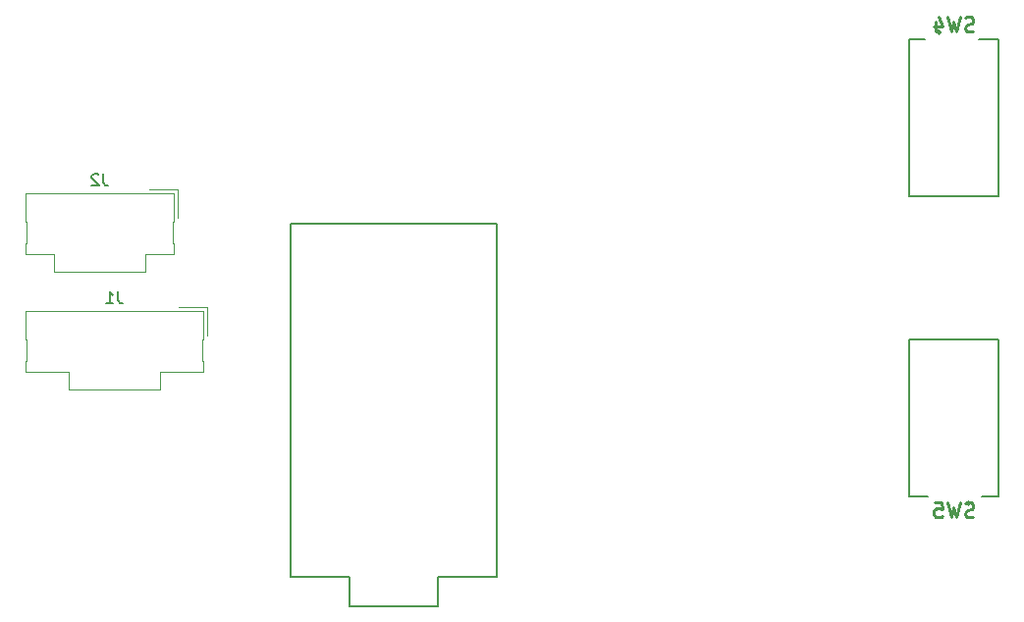
<source format=gbr>
%TF.GenerationSoftware,KiCad,Pcbnew,5.0.2-bee76a0~70~ubuntu18.04.1*%
%TF.CreationDate,2019-11-29T21:58:12+01:00*%
%TF.ProjectId,Robot-HMI,526f626f-742d-4484-9d49-2e6b69636164,rev?*%
%TF.SameCoordinates,Original*%
%TF.FileFunction,Legend,Bot*%
%TF.FilePolarity,Positive*%
%FSLAX46Y46*%
G04 Gerber Fmt 4.6, Leading zero omitted, Abs format (unit mm)*
G04 Created by KiCad (PCBNEW 5.0.2-bee76a0~70~ubuntu18.04.1) date ven. 29 nov. 2019 21:58:12 CET*
%MOMM*%
%LPD*%
G01*
G04 APERTURE LIST*
%ADD10C,0.250000*%
%ADD11C,0.200000*%
%ADD12C,0.150000*%
%ADD13C,0.120000*%
%ADD14C,0.254000*%
G04 APERTURE END LIST*
D10*
X132205000Y-99070000D02*
G75*
G03X132205000Y-99070000I-125000J0D01*
G01*
D11*
X134660000Y-84895000D02*
X134660000Y-98495000D01*
X126960000Y-84895000D02*
X126960000Y-98495000D01*
X126960000Y-84895000D02*
X134660000Y-84895000D01*
X133255000Y-98495000D02*
X134660000Y-98495000D01*
X126960000Y-98495000D02*
X128600000Y-98495000D01*
D12*
X91440000Y-74930000D02*
X73660000Y-74930000D01*
X91440000Y-105410000D02*
X91440000Y-74930000D01*
X86360000Y-105410000D02*
X91440000Y-105410000D01*
X86360000Y-107950000D02*
X86360000Y-105410000D01*
X78740000Y-107950000D02*
X86360000Y-107950000D01*
X78740000Y-105410000D02*
X78740000Y-107950000D01*
X73660000Y-105410000D02*
X78740000Y-105410000D01*
X73660000Y-105410000D02*
X73660000Y-74930000D01*
D13*
X66410000Y-82130000D02*
X64000000Y-82130000D01*
X66410000Y-84540000D02*
X66410000Y-82130000D01*
X50730000Y-82430000D02*
X66110000Y-82430000D01*
X50730000Y-84960000D02*
X50730000Y-82430000D01*
X50860000Y-84960000D02*
X50730000Y-84960000D01*
X50860000Y-86770000D02*
X50860000Y-84960000D01*
X50730000Y-86770000D02*
X50860000Y-86770000D01*
X50730000Y-87750000D02*
X50730000Y-86770000D01*
X54500000Y-87750000D02*
X50730000Y-87750000D01*
X54500000Y-89250000D02*
X54500000Y-87750000D01*
X62340000Y-89250000D02*
X54500000Y-89250000D01*
X62340000Y-87750000D02*
X62340000Y-89250000D01*
X66110000Y-87750000D02*
X62340000Y-87750000D01*
X66110000Y-86770000D02*
X66110000Y-87750000D01*
X65980000Y-86770000D02*
X66110000Y-86770000D01*
X65980000Y-84960000D02*
X65980000Y-86770000D01*
X66110000Y-84960000D02*
X65980000Y-84960000D01*
X66110000Y-82430000D02*
X66110000Y-84960000D01*
X63870000Y-71970000D02*
X61460000Y-71970000D01*
X63870000Y-74380000D02*
X63870000Y-71970000D01*
X50730000Y-72270000D02*
X63570000Y-72270000D01*
X50730000Y-74800000D02*
X50730000Y-72270000D01*
X50860000Y-74800000D02*
X50730000Y-74800000D01*
X50860000Y-76610000D02*
X50860000Y-74800000D01*
X50730000Y-76610000D02*
X50860000Y-76610000D01*
X50730000Y-77590000D02*
X50730000Y-76610000D01*
X53230000Y-77590000D02*
X50730000Y-77590000D01*
X53230000Y-79090000D02*
X53230000Y-77590000D01*
X61070000Y-79090000D02*
X53230000Y-79090000D01*
X61070000Y-77590000D02*
X61070000Y-79090000D01*
X63570000Y-77590000D02*
X61070000Y-77590000D01*
X63570000Y-76610000D02*
X63570000Y-77590000D01*
X63440000Y-76610000D02*
X63570000Y-76610000D01*
X63440000Y-74800000D02*
X63440000Y-76610000D01*
X63570000Y-74800000D02*
X63440000Y-74800000D01*
X63570000Y-72270000D02*
X63570000Y-74800000D01*
D10*
X129665000Y-58410000D02*
G75*
G03X129665000Y-58410000I-125000J0D01*
G01*
D11*
X126960000Y-72585000D02*
X126960000Y-58985000D01*
X134660000Y-72585000D02*
X134660000Y-58985000D01*
X134660000Y-72585000D02*
X126960000Y-72585000D01*
X128365000Y-58985000D02*
X126960000Y-58985000D01*
X134660000Y-58985000D02*
X133020000Y-58985000D01*
D14*
X132503333Y-100209047D02*
X132321904Y-100269523D01*
X132019523Y-100269523D01*
X131898571Y-100209047D01*
X131838095Y-100148571D01*
X131777619Y-100027619D01*
X131777619Y-99906666D01*
X131838095Y-99785714D01*
X131898571Y-99725238D01*
X132019523Y-99664761D01*
X132261428Y-99604285D01*
X132382380Y-99543809D01*
X132442857Y-99483333D01*
X132503333Y-99362380D01*
X132503333Y-99241428D01*
X132442857Y-99120476D01*
X132382380Y-99060000D01*
X132261428Y-98999523D01*
X131959047Y-98999523D01*
X131777619Y-99060000D01*
X131354285Y-98999523D02*
X131051904Y-100269523D01*
X130810000Y-99362380D01*
X130568095Y-100269523D01*
X130265714Y-98999523D01*
X129177142Y-98999523D02*
X129781904Y-98999523D01*
X129842380Y-99604285D01*
X129781904Y-99543809D01*
X129660952Y-99483333D01*
X129358571Y-99483333D01*
X129237619Y-99543809D01*
X129177142Y-99604285D01*
X129116666Y-99725238D01*
X129116666Y-100027619D01*
X129177142Y-100148571D01*
X129237619Y-100209047D01*
X129358571Y-100269523D01*
X129660952Y-100269523D01*
X129781904Y-100209047D01*
X129842380Y-100148571D01*
D12*
X58753333Y-80792380D02*
X58753333Y-81506666D01*
X58800952Y-81649523D01*
X58896190Y-81744761D01*
X59039047Y-81792380D01*
X59134285Y-81792380D01*
X57753333Y-81792380D02*
X58324761Y-81792380D01*
X58039047Y-81792380D02*
X58039047Y-80792380D01*
X58134285Y-80935238D01*
X58229523Y-81030476D01*
X58324761Y-81078095D01*
X57483333Y-70632380D02*
X57483333Y-71346666D01*
X57530952Y-71489523D01*
X57626190Y-71584761D01*
X57769047Y-71632380D01*
X57864285Y-71632380D01*
X57054761Y-70727619D02*
X57007142Y-70680000D01*
X56911904Y-70632380D01*
X56673809Y-70632380D01*
X56578571Y-70680000D01*
X56530952Y-70727619D01*
X56483333Y-70822857D01*
X56483333Y-70918095D01*
X56530952Y-71060952D01*
X57102380Y-71632380D01*
X56483333Y-71632380D01*
D14*
X132503333Y-58299047D02*
X132321904Y-58359523D01*
X132019523Y-58359523D01*
X131898571Y-58299047D01*
X131838095Y-58238571D01*
X131777619Y-58117619D01*
X131777619Y-57996666D01*
X131838095Y-57875714D01*
X131898571Y-57815238D01*
X132019523Y-57754761D01*
X132261428Y-57694285D01*
X132382380Y-57633809D01*
X132442857Y-57573333D01*
X132503333Y-57452380D01*
X132503333Y-57331428D01*
X132442857Y-57210476D01*
X132382380Y-57150000D01*
X132261428Y-57089523D01*
X131959047Y-57089523D01*
X131777619Y-57150000D01*
X131354285Y-57089523D02*
X131051904Y-58359523D01*
X130810000Y-57452380D01*
X130568095Y-58359523D01*
X130265714Y-57089523D01*
X129237619Y-57512857D02*
X129237619Y-58359523D01*
X129540000Y-57029047D02*
X129842380Y-57936190D01*
X129056190Y-57936190D01*
M02*

</source>
